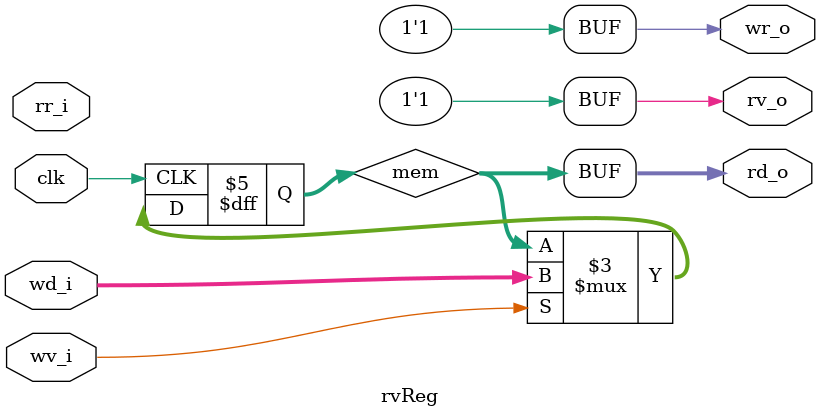
<source format=v>
module rvReg
  #(parameter INITVAL = 32'd0,
    parameter DATA_WIDTH = 32)
   (clk, 
    wv_i, wr_o, wd_i,
    rv_o, rr_i, rd_o);
   input wire clk;

   input wire wv_i;
   output wire wr_o;
   input wire [DATA_WIDTH-1:0] wd_i;
   
   input wire		       rr_i;
   output wire		       rv_o;
   output wire [DATA_WIDTH-1:0] rd_o;
   
   assign wr_o = 1'b1;
   assign rv_o = 1'b1;
   assign rd_o = mem;
   
   reg [DATA_WIDTH-1:0]	mem;
   always @(posedge clk)
     if (wr_o & wv_i)
       mem <= wd_i;   
endmodule

</source>
